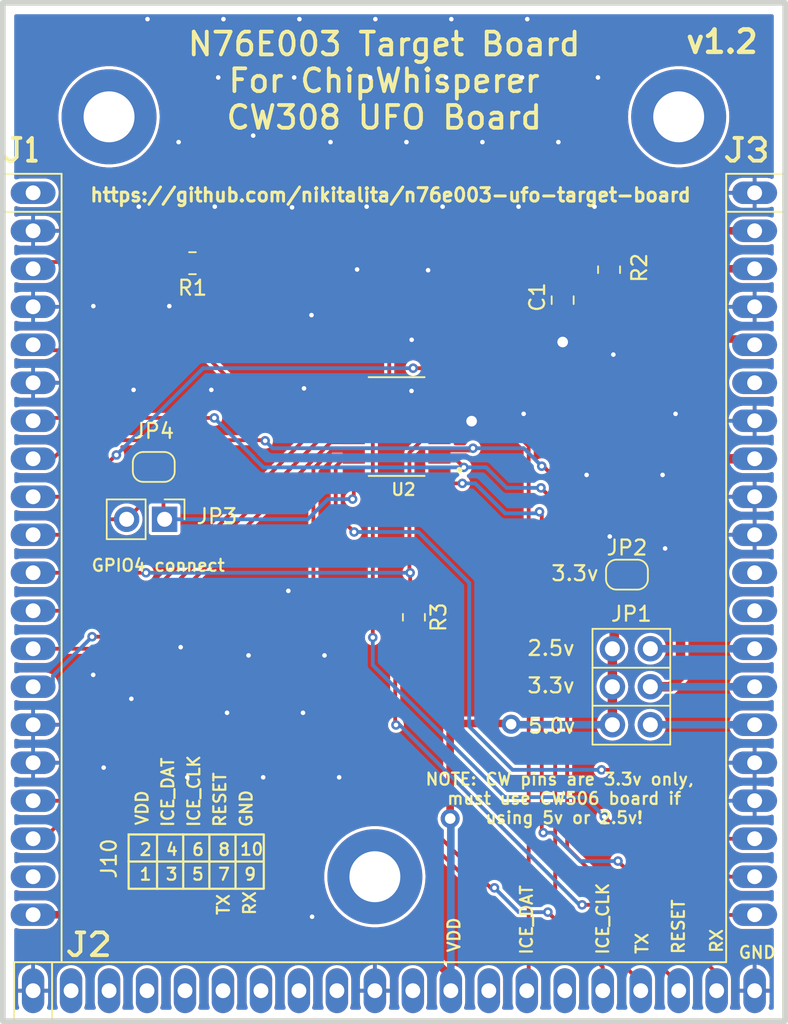
<source format=kicad_pcb>
(kicad_pcb (version 20221018) (generator pcbnew)
  (layers (0 "F.Cu" signal) (31 "B.Cu" signal) (34 "B.Paste" user) (35 "F.Paste" user) (36 "B.SilkS" user "B.Silkscreen") (37 "F.SilkS" user "F.Silkscreen") (38 "B.Mask" user) (39 "F.Mask" user) (44 "Edge.Cuts" user))
  (net 0 "")
  (net 1 "VCC")
  (net 2 "GND")
  (net 3 "Net-(J1-FILT_LP)")
  (net 5 "Net-(J1-CLKOUT)")
  (net 6 "GPI01")
  (net 7 "GPI02")
  (net 8 "GPI03")
  (net 9 "GPI04")
  (net 10 "RST")
  (net 11 "SCK")
  (net 12 "MISO")
  (net 13 "MOSI")
  (net 14 "PDIC")
  (net 15 "PDID")
  (net 26 "CLK")
  (net 27 "VBUS")
  (net 33 "LED1")
  (net 34 "LED2")
  (net 35 "LED3")
  (net 36 "CLKOUT")
  (net 38 "+5V")
  (net 39 "+3.3V")
  (net 40 "+2V5")
  (net 41 "SCL")
  (net 42 "SDA")
  (net 43 "Net-(J1-GPIO4)")
  (footprint "Resistor_SMD:R_0805_2012Metric_Pad1.20x1.40mm_HandSolder" (layer "F.Cu") (at 150.05 104.2 -90)
    (fp_text reference "R3" (at 0 -1.65 90) (layer "F.SilkS"))
    (fp_text value "10K")
    (pad "1" smd roundrect (at -1 0 270) (size 1.2 1.4) (layers "F.Cu" "F.Paste" "F.Mask") (roundrect_rratio 0.2083333333) (net 10 "RST"))
    (pad "2" smd roundrect (at 1 0 270) (size 1.2 1.4) (layers "F.Cu" "F.Paste" "F.Mask") (roundrect_rratio 0.2083333333) (net 1 "VCC"))
  )
  (footprint "Connector_PinHeader_2.54mm:PinHeader_2x03_P2.54mm_Vertical" (layer "F.Cu") (at 163.325 106.3042)
    (fp_text reference "JP1" (at 1.27 -2.33) (layer "F.SilkS"))
    (fp_text value "Jumper_2_Open")
    (pad "1" thru_hole circle (at 0 0) (size 1.7 1.7) (drill 1) (layers "*.Cu" "*.Mask") (net 1 "VCC"))
    (pad "2" thru_hole oval (at 2.54 0) (size 1.7 1.7) (drill 1) (layers "*.Cu" "*.Mask") (net 40 "+2V5"))
    (pad "3" thru_hole oval (at 0 2.54) (size 1.7 1.7) (drill 1) (layers "*.Cu" "*.Mask") (net 1 "VCC"))
    (pad "4" thru_hole oval (at 2.54 2.54) (size 1.7 1.7) (drill 1) (layers "*.Cu" "*.Mask") (net 39 "+3.3V"))
    (pad "5" thru_hole oval (at 0 5.08) (size 1.7 1.7) (drill 1) (layers "*.Cu" "*.Mask") (net 1 "VCC"))
    (pad "6" thru_hole oval (at 2.54 5.08) (size 1.7 1.7) (drill 1) (layers "*.Cu" "*.Mask") (net 38 "+5V"))
  )
  (footprint "Resistor_SMD:R_0805_2012Metric_Pad1.20x1.40mm_HandSolder" (layer "F.Cu") (at 135.24 80.53 180)
    (fp_text reference "R1" (at 0 -1.65) (layer "F.SilkS"))
    (fp_text value "100R")
    (pad "1" smd roundrect (at -1 0 180) (size 1.2 1.4) (layers "F.Cu" "F.Paste" "F.Mask") (roundrect_rratio 0.2083333333) (net 26 "CLK"))
    (pad "2" smd roundrect (at 1 0 180) (size 1.2 1.4) (layers "F.Cu" "F.Paste" "F.Mask") (roundrect_rratio 0.2083333333) (net 5 "Net-(J1-CLKOUT)"))
  )
  (footprint "Resistor_SMD:R_0805_2012Metric_Pad1.20x1.40mm_HandSolder" (layer "F.Cu") (at 163.1025 80.965 -90)
    (fp_text reference "R2" (at -0.125 -2.0275 90) (layer "F.SilkS"))
    (fp_text value "22R")
    (pad "1" smd roundrect (at -1 0 270) (size 1.2 1.4) (layers "F.Cu" "F.Paste" "F.Mask") (roundrect_rratio 0.2083333333) (net 27 "VBUS"))
    (pad "2" smd roundrect (at 1 0 270) (size 1.2 1.4) (layers "F.Cu" "F.Paste" "F.Mask") (roundrect_rratio 0.2083333333) (net 3 "Net-(J1-FILT_LP)"))
  )
  (footprint "Jumper:SolderJumper-2_P1.3mm_Open_RoundedPad1.0x1.5mm" (layer "F.Cu") (at 132.65 94.15 180)
    (fp_text reference "JP4" (at 0 2.4) (layer "F.SilkS"))
    (fp_text value "GPIO4_connect")
    (pad "1" smd custom (at -0.65 0 180) (size 1 0.5) (layers "F.Cu" "F.Mask") (net 9 "GPI04") (options (clearance outline) (anchor rect)) (primitives (gr_circle (center 0 0.25) (end 0.5 0.25) (width 0) (fill yes)) (gr_circle (center 0 -0.25) (end 0.5 -0.25) (width 0) (fill yes)) (gr_poly (pts (xy 0.5 0.75) (xy 0 0.75) (xy 0 -0.75) (xy 0.5 -0.75)) (width 0) (fill yes))))
    (pad "2" smd custom (at 0.65 0 180) (size 1 0.5) (layers "F.Cu" "F.Mask") (net 43 "Net-(J1-GPIO4)") (options (clearance outline) (anchor rect)) (primitives (gr_circle (center 0 0.25) (end 0.5 0.25) (width 0) (fill yes)) (gr_circle (center 0 -0.25) (end 0.5 -0.25) (width 0) (fill yes)) (gr_poly (pts (xy 0 0.75) (xy -0.5 0.75) (xy -0.5 -0.75) (xy 0 -0.75)) (width 0) (fill yes))))
  )
  (footprint "N76E003AT20:SOP65P640X120-20N" (layer "F.Cu") (at 148.8925 91.45 180)
    (fp_text reference "U2" (at -0.460305 -4.210775 180) (layer "F.SilkS") (effects (font (size 0.800528 0.800528))))
    (fp_text value "N76E003AT20")
    (pad "1" smd roundrect (at -2.865 -2.925 180) (size 1.48 0.41) (layers "F.Cu" "F.Paste" "F.Mask") (roundrect_rratio 0.02) (net 35 "LED3"))
    (pad "2" smd roundrect (at -2.865 -2.275 180) (size 1.48 0.41) (layers "F.Cu" "F.Paste" "F.Mask") (roundrect_rratio 0.02) (net 6 "GPI01"))
    (pad "3" smd roundrect (at -2.865 -1.625 180) (size 1.48 0.41) (layers "F.Cu" "F.Paste" "F.Mask") (roundrect_rratio 0.02) (net 7 "GPI02"))
    (pad "4" smd roundrect (at -2.865 -0.975 180) (size 1.48 0.41) (layers "F.Cu" "F.Paste" "F.Mask") (roundrect_rratio 0.02) (net 10 "RST"))
    (pad "5" smd roundrect (at -2.865 -0.325 180) (size 1.48 0.41) (layers "F.Cu" "F.Paste" "F.Mask") (roundrect_rratio 0.02) (net 26 "CLK"))
    (pad "6" smd roundrect (at -2.865 0.325 180) (size 1.48 0.41) (layers "F.Cu" "F.Paste" "F.Mask") (roundrect_rratio 0.02))
    (pad "7" smd roundrect (at -2.865 0.975 180) (size 1.48 0.41) (layers "F.Cu" "F.Paste" "F.Mask") (roundrect_rratio 0.02) (net 2 "GND"))
    (pad "8" smd roundrect (at -2.865 1.625 180) (size 1.48 0.41) (layers "F.Cu" "F.Paste" "F.Mask") (roundrect_rratio 0.02) (net 15 "PDID"))
    (pad "9" smd roundrect (at -2.865 2.275 180) (size 1.48 0.41) (layers "F.Cu" "F.Paste" "F.Mask") (roundrect_rratio 0.02) (net 27 "VBUS"))
    (pad "10" smd roundrect (at -2.865 2.925 180) (size 1.48 0.41) (layers "F.Cu" "F.Paste" "F.Mask") (roundrect_rratio 0.02) (net 8 "GPI03"))
    (pad "11" smd roundrect (at 2.865 2.925) (size 1.48 0.41) (layers "F.Cu" "F.Paste" "F.Mask") (roundrect_rratio 0.02) (net 42 "SDA"))
    (pad "12" smd roundrect (at 2.865 2.275) (size 1.48 0.41) (layers "F.Cu" "F.Paste" "F.Mask") (roundrect_rratio 0.02) (net 41 "SCL"))
    (pad "13" smd roundrect (at 2.865 1.625) (size 1.48 0.41) (layers "F.Cu" "F.Paste" "F.Mask") (roundrect_rratio 0.02) (net 34 "LED2"))
    (pad "14" smd roundrect (at 2.865 0.975) (size 1.48 0.41) (layers "F.Cu" "F.Paste" "F.Mask") (roundrect_rratio 0.02) (net 36 "CLKOUT"))
    (pad "15" smd roundrect (at 2.865 0.325) (size 1.48 0.41) (layers "F.Cu" "F.Paste" "F.Mask") (roundrect_rratio 0.02) (net 11 "SCK"))
    (pad "16" smd roundrect (at 2.865 -0.325) (size 1.48 0.41) (layers "F.Cu" "F.Paste" "F.Mask") (roundrect_rratio 0.02) (net 13 "MOSI"))
    (pad "17" smd roundrect (at 2.865 -0.975) (size 1.48 0.41) (layers "F.Cu" "F.Paste" "F.Mask") (roundrect_rratio 0.02) (net 12 "MISO"))
    (pad "18" smd roundrect (at 2.865 -1.625) (size 1.48 0.41) (layers "F.Cu" "F.Paste" "F.Mask") (roundrect_rratio 0.02) (net 14 "PDIC"))
    (pad "19" smd roundrect (at 2.865 -2.275) (size 1.48 0.41) (layers "F.Cu" "F.Paste" "F.Mask") (roundrect_rratio 0.02) (net 33 "LED1"))
    (pad "20" smd roundrect (at 2.865 -2.925) (size 1.48 0.41) (layers "F.Cu" "F.Paste" "F.Mask") (roundrect_rratio 0.02) (net 9 "GPI04"))
  )
  (footprint "Jumper:SolderJumper-2_P1.3mm_Open_RoundedPad1.0x1.5mm" (layer "F.Cu") (at 164.3 101.35)
    (fp_text reference "JP2" (at 0 -1.8) (layer "F.SilkS"))
    (fp_text value "SolderJumper_2_Open")
    (pad "1" smd custom (at -0.65 0) (size 1 0.5) (layers "F.Cu" "F.Mask") (net 1 "VCC") (options (clearance outline) (anchor rect)) (primitives (gr_circle (center 0 0.25) (end 0.5 0.25) (width 0) (fill yes)) (gr_circle (center 0 -0.25) (end 0.5 -0.25) (width 0) (fill yes)) (gr_poly (pts (xy 0.5 0.75) (xy 0 0.75) (xy 0 -0.75) (xy 0.5 -0.75)) (width 0) (fill yes))))
    (pad "2" smd custom (at 0.65 0) (size 1 0.5) (layers "F.Cu" "F.Mask") (net 39 "+3.3V") (options (clearance outline) (anchor rect)) (primitives (gr_circle (center 0 0.25) (end 0.5 0.25) (width 0) (fill yes)) (gr_circle (center 0 -0.25) (end 0.5 -0.25) (width 0) (fill yes)) (gr_poly (pts (xy 0 0.75) (xy -0.5 0.75) (xy -0.5 -0.75) (xy 0 -0.75)) (width 0) (fill yes))))
  )
  (footprint "Connector_PinHeader_2.54mm:PinHeader_1x02_P2.54mm_Vertical" (layer "F.Cu") (at 133.375 97.65 -90)
    (fp_text reference "JP3" (at -0.2 -3.5 -180) (layer "F.SilkS"))
    (fp_text value "GPIO4_connect")
    (pad "1" thru_hole rect (at 0 0 270) (size 1.7 1.7) (drill 1) (layers "*.Cu" "*.Mask") (net 9 "GPI04"))
    (pad "2" thru_hole oval (at 0 2.54 270) (size 1.7 1.7) (drill 1) (layers "*.Cu" "*.Mask") (net 43 "Net-(J1-GPIO4)"))
  )
  (footprint "Capacitor_SMD:C_0805_2012Metric_Pad1.18x1.45mm_HandSolder" (layer "F.Cu") (at 160 83 -90)
    (fp_text reference "C1" (at -0.2 1.7 -90) (layer "F.SilkS"))
    (fp_text value "100nF")
    (pad "1" smd roundrect (at -1.0375 0 270) (size 1.175 1.45) (layers "F.Cu" "F.Paste" "F.Mask") (roundrect_rratio 0.2127659574) (net 3 "Net-(J1-FILT_LP)"))
    (pad "2" smd roundrect (at 1.0375 0 270) (size 1.175 1.45) (layers "F.Cu" "F.Paste" "F.Mask") (roundrect_rratio 0.2127659574) (net 2 "GND"))
  )
  (footprint "chipwhisperer:CW308T_CONNBOARD" (layer "F.Cu") (at 124.5795 75.8242)
    (fp_text reference "J1" hide)
    (fp_text value "CW308T_CONNBOARD" hide)
    (pad "A1" thru_hole oval locked (at 0 0 90) (size 1.4986 2.9972) (drill 0.9906) (layers "*.Cu" "*.Mask"))
    (pad "A2" thru_hole oval locked (at 0 2.54 90) (size 1.4986 2.9972) (drill 0.9906) (layers "*.Cu" "*.Mask") (net 2 "GND"))
    (pad "A3" thru_hole oval locked (at 0 5.08 90) (size 1.4986 2.9972) (drill 0.9906) (layers "*.Cu" "*.Mask") (net 5 "Net-(J1-CLKOUT)"))
    (pad "A4" thru_hole oval locked (at 0 7.62 90) (size 1.4986 2.9972) (drill 0.9906) (layers "*.Cu" "*.Mask") (net 2 "GND"))
    (pad "A5" thru_hole oval locked (at 0 10.16 90) (size 1.4986 2.9972) (drill 0.9906) (layers "*.Cu" "*.Mask") (net 36 "CLKOUT"))
    (pad "A6" thru_hole oval locked (at 0 12.7 90) (size 1.4986 2.9972) (drill 0.9906) (layers "*.Cu" "*.Mask") (net 2 "GND"))
    (pad "A7" thru_hole oval locked (at 0 15.24 90) (size 1.4986 2.9972) (drill 0.9906) (layers "*.Cu" "*.Mask") (net 6 "GPI01"))
    (pad "A8" thru_hole oval locked (at 0 17.78 90) (size 1.4986 2.9972) (drill 0.9906) (layers "*.Cu" "*.Mask") (net 7 "GPI02"))
    (pad "A9" thru_hole oval locked (at 0 20.32 90) (size 1.4986 2.9972) (drill 0.9906) (layers "*.Cu" "*.Mask") (net 8 "GPI03"))
    (pad "A10" thru_hole oval locked (at 0 22.86 90) (size 1.4986 2.9972) (drill 0.9906) (layers "*.Cu" "*.Mask") (net 43 "Net-(J1-GPIO4)"))
    (pad "A11" thru_hole oval locked (at 0 25.4 90) (size 1.4986 2.9972) (drill 0.9906) (layers "*.Cu" "*.Mask") (net 10 "RST"))
    (pad "A12" thru_hole oval locked (at 0 27.94 90) (size 1.4986 2.9972) (drill 0.9906) (layers "*.Cu" "*.Mask") (net 11 "SCK"))
    (pad "A13" thru_hole oval locked (at 0 30.48 90) (size 1.4986 2.9972) (drill 0.9906) (layers "*.Cu" "*.Mask") (net 12 "MISO"))
    (pad "A14" thru_hole oval locked (at 0 33.02 90) (size 1.4986 2.9972) (drill 0.9906) (layers "*.Cu" "*.Mask") (net 13 "MOSI"))
    (pad "A15" thru_hole oval locked (at 0 35.56 90) (size 1.4986 2.9972) (drill 0.9906) (layers "*.Cu" "*.Mask") (net 2 "GND"))
    (pad "A16" thru_hole oval locked (at 0 38.1 90) (size 1.4986 2.9972) (drill 0.9906) (layers "*.Cu" "*.Mask") (net 2 "GND"))
    (pad "A17" thru_hole oval locked (at 0 40.64 90) (size 1.4986 2.9972) (drill 0.9906) (layers "*.Cu" "*.Mask") (net 14 "PDIC"))
    (pad "A18" thru_hole oval locked (at 0 43.18 90) (size 1.4986 2.9972) (drill 0.9906) (layers "*.Cu" "*.Mask") (net 15 "PDID"))
    (pad "A19" thru_hole oval locked (at 0 45.72 90) (size 1.4986 2.9972) (drill 0.9906) (layers "*.Cu" "*.Mask"))
    (pad "A20" thru_hole oval locked (at 0 48.26 90) (size 1.4986 2.9972) (drill 0.9906) (layers "*.Cu" "*.Mask") (net 1 "VCC"))
    (pad "B1" thru_hole oval locked (at 0 53.34 180) (size 1.4986 2.9972) (drill 0.9906) (layers "*.Cu" "*.Mask") (net 2 "GND"))
    (pad "B2" thru_hole oval locked (at 2.54 53.34 180) (size 1.4986 2.9972) (drill 0.9906) (layers "*.Cu" "*.Mask"))
    (pad "B3" thru_hole oval locked (at 5.08 53.34 180) (size 1.4986 2.9972) (drill 0.9906) (layers "*.Cu" "*.Mask"))
    (pad "B4" thru_hole oval locked (at 7.62 53.34 180) (size 1.4986 2.9972) (drill 0.9906) (layers "*.Cu" "*.Mask"))
    (pad "B5" thru_hole oval locked (at 10.16 53.34 180) (size 1.4986 2.9972) (drill 0.9906) (layers "*.Cu" "*.Mask"))
    (pad "B6" thru_hole oval locked (at 12.7 53.34 180) (size 1.4986 2.9972) (drill 0.9906) (layers "*.Cu" "*.Mask"))
    (pad "B7" thru_hole oval locked (at 15.24 53.34 180) (size 1.4986 2.9972) (drill 0.9906) (layers "*.Cu" "*.Mask"))
    (pad "B8" thru_hole oval locked (at 17.78 53.34 180) (size 1.4986 2.9972) (drill 0.9906) (layers "*.Cu" "*.Mask"))
    (pad "B9" thru_hole oval locked (at 20.32 53.34 180) (size 1.4986 2.9972) (drill 0.9906) (layers "*.Cu" "*.Mask"))
    (pad "B10" thru_hole oval locked (at 22.86 53.34 180) (size 1.4986 2.9972) (drill 0.9906) (layers "*.Cu" "*.Mask") (net 2 "GND"))
    (pad "B11" thru_hole oval locked (at 25.4 53.34 180) (size 1.4986 2.9972) (drill 0.9906) (layers "*.Cu" "*.Mask"))
    (pad "B12" thru_hole oval locked (at 27.94 53.34 180) (size 1.4986 2.9972) (drill 0.9906) (layers "*.Cu" "*.Mask") (net 1 "VCC"))
    (pad "B13" thru_hole oval locked (at 30.48 53.34 180) (size 1.4986 2.9972) (drill 0.9906) (layers "*.Cu" "*.Mask"))
    (pad "B14" thru_hole oval locked (at 33.02 53.34 180) (size 1.4986 2.9972) (drill 0.9906) (layers "*.Cu" "*.Mask") (net 15 "PDID"))
    (pad "B15" thru_hole oval locked (at 35.56 53.34 180) (size 1.4986 2.9972) (drill 0.9906) (layers "*.Cu" "*.Mask"))
    (pad "B16" thru_hole oval locked (at 38.1 53.34 180) (size 1.4986 2.9972) (drill 0.9906) (layers "*.Cu" "*.Mask") (net 14 "PDIC"))
    (pad "B17" thru_hole oval locked (at 40.64 53.34 180) (size 1.4986 2.9972) (drill 0.9906) (layers "*.Cu" "*.Mask") (net 6 "GPI01"))
    (pad "B18" thru_hole oval locked (at 43.18 53.34 180) (size 1.4986 2.9972) (drill 0.9906) (layers "*.Cu" "*.Mask") (net 10 "RST"))
    (pad "B19" thru_hole oval locked (at 45.72 53.34 180) (size 1.4986 2.9972) (drill 0.9906) (layers "*.Cu" "*.Mask") (net 7 "GPI02"))
    (pad "B20" thru_hole oval locked (at 48.26 53.34 180) (size 1.4986 2.9972) (drill 0.9906) (layers "*.Cu" "*.Mask") (net 2 "GND"))
    (pad "C1" thru_hole oval locked (at 48.26 0 90) (size 1.4986 2.9972) (drill 0.9906) (layers "*.Cu" "*.Mask") (net 2 "GND"))
    (pad "C2" thru_hole oval locked (at 48.26 2.54 90) (size 1.4986 2.9972) (drill 0.9906) (layers "*.Cu" "*.Mask") (net 27 "VBUS"))
    (pad "C3" thru_hole oval locked (at 48.26 5.08 90) (size 1.4986 2.9972) (drill 0.9906) (layers "*.Cu" "*.Mask") (net 3 "Net-(J1-FILT_LP)"))
    (pad "C4" thru_hole oval locked (at 48.26 7.62 90) (size 1.4986 2.9972) (drill 0.9906) (layers "*.Cu" "*.Mask") (net 2 "GND"))
    (pad "C5" thru_hole oval locked (at 48.26 10.16 90) (size 1.4986 2.9972) (drill 0.9906) (layers "*.Cu" "*.Mask") (net 3 "Net-(J1-FILT_LP)"))
    (pad "C6" thru_hole oval locked (at 48.26 12.7 90) (size 1.4986 2.9972) (drill 0.9906) (layers "*.Cu" "*.Mask"))
    (pad "C7" thru_hole oval locked (at 48.26 15.24 90) (size 1.4986 2.9972) (drill 0.9906) (layers "*.Cu" "*.Mask") (net 2 "GND"))
    (pad "C8" thru_hole oval locked (at 48.26 17.78 90) (size 1.4986 2.9972) (drill 0.9906) (layers "*.Cu" "*.Mask") (net 1 "VCC"))
    (pad "C9" thru_hole oval locked (at 48.26 20.32 90) (size 1.4986 2.9972) (drill 0.9906) (layers "*.Cu" "*.Mask") (net 2 "GND"))
    (pad "C10" thru_hole oval locked (at 48.26 22.86 90) (size 1.4986 2.9972) (drill 0.9906) (layers "*.Cu" "*.Mask") (net 2 "GND"))
    (pad "C11" thru_hole oval locked (at 48.26 25.4 90) (size 1.4986 2.9972) (drill 0.9906) (layers "*.Cu" "*.Mask"))
    (pad "C12" thru_hole oval locked (at 48.26 27.94 90) (size 1.4986 2.9972) (drill 0.9906) (layers "*.Cu" "*.Mask"))
    (pad "C13" thru_hole oval locked (at 48.26 30.48 90) (size 1.4986 2.9972) (drill 0.9906) (layers "*.Cu" "*.Mask") (net 40 "+2V5"))
    (pad "C14" thru_hole oval locked (at 48.26 33.02 90) (size 1.4986 2.9972) (drill 0.9906) (layers "*.Cu" "*.Mask") (net 39 "+3.3V"))
    (pad "C15" thru_hole oval locked (at 48.26 35.56 90) (size 1.4986 2.9972) (drill 0.9906) (layers "*.Cu" "*.Mask") (net 38 "+5V"))
    (pad "C16" thru_hole oval locked (at 48.26 38.1 90) (size 1.4986 2.9972) (drill 0.9906) (layers "*.Cu" "*.Mask") (net 2 "GND"))
    (pad "C17" thru_hole oval locked (at 48.26 40.64 90) (size 1.4986 2.9972) (drill 0.9906) (layers "*.Cu" "*.Mask") (net 2 "GND"))
    (pad "C18" thru_hole oval locked (at 48.26 43.18 90) (size 1.4986 2.9972) (drill 0.9906) (layers "*.Cu" "*.Mask") (net 33 "LED1"))
    (pad "C19" thru_hole oval locked (at 48.26 45.72 90) (size 1.4986 2.9972) (drill 0.9906) (layers "*.Cu" "*.Mask") (net 34 "LED2"))
    (pad "C20" thru_hole oval locked (at 48.26 48.26 90) (size 1.4986 2.9972) (drill 0.9906) (layers "*.Cu" "*.Mask") (net 35 "LED3"))
    (pad "MH1" thru_hole circle locked (at 5.08 -5.08 90) (size 6.35 6.35) (drill 3.4036) (layers "*.Cu" "*.Mask"))
    (pad "MH2" thru_hole circle locked (at 43.18 -5.08 90) (size 6.35 6.35) (drill 3.4036) (layers "*.Cu" "*.Mask"))
    (pad "MH3" thru_hole circle locked (at 22.86 45.72 90) (size 6.35 6.35) (drill 3.4036) (layers "*.Cu" "*.Mask"))
  )
  (gr_line (start 173.52084 72.41021) (end 173.52084 72.66395) (stroke (width 0.254)) (layer "F.SilkS"))
  (gr_line (start 132.87 118.715) (end 132.87 122.355) (stroke (width 0.15)) (layer "F.SilkS"))
  (gr_line (start 124.24509 73.6797) (end 124.75284 73.6797) (stroke (width 0.254)) (layer "F.SilkS"))
  (gr_line (start 123.22935 72.15621) (end 123.48335 72.15621) (stroke (width 0.254)) (layer "F.SilkS"))
  (gr_line (start 128.004 125.265255) (end 127.496 125.265255) (stroke (width 0.254)) (layer "F.SilkS"))
  (gr_line (start 136.37 118.715) (end 136.37 122.355) (stroke (width 0.15)) (layer "F.SilkS"))
  (gr_line (start 171.99735 72.15621) (end 171.48935 72.15621) (stroke (width 0.254)) (layer "F.SilkS"))
  (gr_line (start 134.62 118.715) (end 134.62 122.355) (stroke (width 0.15)) (layer "F.SilkS"))
  (gr_line (start 172.75909 73.6797) (end 172.50509 73.4257) (stroke (width 0.254)) (layer "F.SilkS"))
  (gr_rect (start 130.97 118.72) (end 140.01 122.35) (stroke (width 0.15)) (fill none) (layer "F.SilkS"))
  (gr_line (start 173.26684 73.6797) (end 172.75909 73.6797) (stroke (width 0.254)) (layer "F.SilkS"))
  (gr_line (start 130.96 120.53) (end 140 120.53) (stroke (width 0.15)) (layer "F.SilkS"))
  (gr_line (start 171.48935 72.15621) (end 171.74335 72.15621) (stroke (width 0.254)) (layer "F.SilkS"))
  (gr_line (start 171.48935 73.6797) (end 171.2356 73.6797) (stroke (width 0.254)) (layer "F.SilkS"))
  (gr_line (start 127.24225 126.788745) (end 126.98825 126.534745) (stroke (width 0.254)) (layer "F.SilkS"))
  (gr_line (start 123.22935 73.6797) (end 122.9756 73.6797) (stroke (width 0.254)) (layer "F.SilkS"))
  (gr_line (start 127.496 125.265255) (end 127.75 125.265255) (stroke (width 0.254)) (layer "F.SilkS"))
  (gr_line (start 129.27349 125.265255) (end 128.76574 125.265255) (stroke (width 0.254)) (layer "F.SilkS"))
  (gr_line (start 173.52084 73.17195) (end 173.52084 73.4257) (stroke (width 0.254)) (layer "F.SilkS"))
  (gr_line (start 127.496 126.788745) (end 127.24225 126.788745) (stroke (width 0.254)) (layer "F.SilkS"))
  (gr_line (start 171.74335 72.15621) (end 171.74335 73.4257) (stroke (width 0.254)) (layer "F.SilkS"))
  (gr_line (start 123.48335 73.4257) (end 123.22935 73.6797) (stroke (width 0.254)) (layer "F.SilkS"))
  (gr_line (start 124.49909 73.6797) (end 124.49909 72.15621) (stroke (width 0.254)) (layer "F.SilkS"))
  (gr_line (start 128.51174 126.788745) (end 129.52749 125.772995) (stroke (width 0.254)) (layer "F.SilkS"))
  (gr_line (start 128.76574 125.265255) (end 128.51174 125.519255) (stroke (width 0.254)) (layer "F.SilkS"))
  (gr_line (start 138.12 118.715) (end 138.12 122.355) (stroke (width 0.15)) (layer "F.SilkS"))
  (gr_line (start 171.2356 73.6797) (end 170.9816 73.4257) (stroke (width 0.254)) (layer "F.SilkS"))
  (gr_line (start 123.48335 72.15621) (end 123.48335 73.4257) (stroke (width 0.254)) (layer "F.SilkS"))
  (gr_line (start 173.26684 72.91795) (end 173.52084 73.17195) (stroke (width 0.254)) (layer "F.SilkS"))
  (gr_line (start 129.52749 125.772995) (end 129.52749 125.519255) (stroke (width 0.254)) (layer "F.SilkS"))
  (gr_line (start 173.01284 72.91795) (end 173.26684 72.91795) (stroke (width 0.254)) (layer "F.SilkS"))
  (gr_line (start 123.73735 72.15621) (end 123.22935 72.15621) (stroke (width 0.254)) (layer "F.SilkS"))
  (gr_line (start 122.9756 73.6797) (end 122.7216 73.4257) (stroke (width 0.254)) (layer "F.SilkS"))
  (gr_line (start 129.52749 126.788745) (end 128.51174 126.788745) (stroke (width 0.254)) (layer "F.SilkS"))
  (gr_line (start 172.75909 72.15621) (end 173.26684 72.15621) (stroke (width 0.254)) (layer "F.SilkS"))
  (gr_line (start 173.26684 72.15621) (end 173.52084 72.41021) (stroke (width 0.254)) (layer "F.SilkS"))
  (gr_line (start 127.75 125.265255) (end 127.75 126.534745) (stroke (width 0.254)) (layer "F.SilkS"))
  (gr_line (start 124.49909 72.15621) (end 124.24509 72.41021) (stroke (width 0.254)) (layer "F.SilkS"))
  (gr_line (start 173.52084 73.4257) (end 173.26684 73.6797) (stroke (width 0.254)) (layer "F.SilkS"))
  (gr_line (start 173.52084 72.66395) (end 173.26684 72.91795) (stroke (width 0.254)) (layer "F.SilkS"))
  (gr_line (start 171.74335 73.4257) (end 171.48935 73.6797) (stroke (width 0.254)) (layer "F.SilkS"))
  (gr_line (start 172.50509 72.41021) (end 172.75909 72.15621) (stroke (width 0.254)) (layer "F.SilkS"))
  (gr_line (start 127.75 126.534745) (end 127.496 126.788745) (stroke (width 0.254)) (layer "F.SilkS"))
  (gr_line (start 129.52749 125.519255) (end 129.27349 125.265255) (stroke (width 0.254)) (layer "F.SilkS"))
  (gr_line (start 173.26684 72.91795) (end 173.01284 72.91795) (stroke (width 0.254)) (layer "F.SilkS"))
  (gr_line (start 124.75284 73.6797) (end 124.49909 73.6797) (stroke (width 0.254)) (layer "F.SilkS"))
  (gr_line (start 174.8805 131.198) (end 174.8805 115.069) (stroke (width 0.381)) (layer "Edge.Cuts"))
  (gr_line (start 122.5565 131.198) (end 122.5565 63.126) (stroke (width 0.381)) (layer "Edge.Cuts"))
  (gr_line (start 122.5565 63.126) (end 174.8805 63.126) (stroke (width 0.381)) (layer "Edge.Cuts"))
  (gr_line (start 174.8805 80.525) (end 174.8805 63.126) (stroke (width 0.381)) (layer "Edge.Cuts"))
  (gr_line (start 174.8805 115.069) (end 174.8805 80.525) (stroke (width 0.381)) (layer "Edge.Cuts"))
  (gr_line (start 122.5565 131.198) (end 174.8805 131.198) (stroke (width 0.381)) (layer "Edge.Cuts"))
  (gr_text "VDD" (at 132.34 118.18 90) (layer "F.SilkS") (effects (font (size 0.8 0.8)) (justify left bottom)))
  (gr_text "GPIO4 connect" (at 128.41 101.2) (layer "F.SilkS") (effects (font (size 0.8 0.8)) (justify left bottom)))
  (gr_text "3.3v" (at 157.55 109.35) (layer "F.SilkS") (effects (font (size 1 1)) (justify left bottom)))
  (gr_text "9" (at 138.62 121.85) (layer "F.SilkS") (effects (font (size 0.8 0.8)) (justify left bottom)))
  (gr_text "TX" (at 165.78 126.79 90) (layer "F.SilkS") (effects (font (size 0.8 0.8)) (justify left bottom)))
  (gr_text "GND" (at 139.3 118.3 90) (layer "F.SilkS") (effects (font (size 0.8 0.8)) (justify left bottom)))
  (gr_text "ICE_CLK\n" (at 163.15 126.83 90) (layer "F.SilkS") (effects (font (size 0.8 0.8)) (justify left bottom)))
  (gr_text "N76E003 Target Board\nFor ChipWhisperer\nCW308 UFO Board" (at 148.06 71.68) (layer "F.SilkS") (effects (font (size 1.524 1.524) (thickness 0.254) bold) (justify bottom)))
  (gr_text "https://github.com/nikitalita/n76e003-ufo-target-board" (at 128.3 76.5) (layer "F.SilkS") (effects (font (size 0.9 0.9) (thickness 0.2) bold) (justify left bottom)))
  (gr_text "2" (at 131.63 120.2) (layer "F.SilkS") (effects (font (size 0.8 0.8)) (justify left bottom)))
  (gr_text "NOTE: CW pins are 3.3v only, \nmust use CW506 board if\nusing 5v or 2.5v!" (at 160.1 118.07) (layer "F.SilkS") (effects (font (size 0.8 0.8)) (justify bottom)))
  (gr_text "3" (at 133.37 121.85) (layer "F.SilkS") (effects (font (size 0.8 0.8)) (justify left bottom)))
  (gr_text "4" (at 133.38 120.2) (layer "F.SilkS") (effects (font (size 0.8 0.8)) (justify left bottom)))
  (gr_text "8" (at 136.88 120.2) (layer "F.SilkS") (effects (font (size 0.8 0.8)) (justify left bottom)))
  (gr_text "1" (at 131.62 121.85) (layer "F.SilkS") (effects (font (size 0.8 0.8)) (justify left bottom)))
  (gr_text "RESET" (at 137.54 118.3 90) (layer "F.SilkS") (effects (font (size 0.8 0.8)) (justify left bottom)))
  (gr_text "GND" (at 171.690869 127.077534) (layer "F.SilkS") (effects (font (size 0.8 0.8)) (justify left bottom)))
  (gr_text "VDD" (at 153.2 126.67 90) (layer "F.SilkS") (effects (font (size 0.8 0.8)) (justify left bottom)))
  (gr_text "6" (at 135.13 120.2) (layer "F.SilkS") (effects (font (size 0.8 0.8)) (justify left bottom)))
  (gr_text "v1.2" (at 168.1 66.6) (layer "F.SilkS") (effects (font (size 1.5 1.5) (thickness 0.3) bold) (justify left bottom)))
  (gr_text "RX" (at 170.760212 126.713363 90) (layer "F.SilkS") (effects (font (size 0.8 0.8)) (justify left bottom)))
  (gr_text "3.3v" (at 159.15 101.85) (layer "F.SilkS") (effects (font (size 1 1)) (justify left bottom)))
  (gr_text "2.5v" (at 157.55 106.85) (layer "F.SilkS") (effects (font (size 1 1)) (justify left bottom)))
  (gr_text "10" (at 138.34 120.18) (layer "F.SilkS") (effects (font (size 0.8 0.8)) (justify left bottom)))
  (gr_text "RX" (at 139.53 124.19 90) (layer "F.SilkS") (effects (font (size 0.8 0.8)) (justify left bottom)))
  (gr_text "5.0v" (at 157.6 112.05) (layer "F.SilkS") (effects (font (size 1 1)) (justify left bottom)))
  (gr_text "ICE_DAT" (at 134.06 118.3 90) (layer "F.SilkS") (effects (font (size 0.8 0.8)) (justify left bottom)))
  (gr_text "5" (at 135.12 121.85) (layer "F.SilkS") (effects (font (size 0.8 0.8)) (justify left bottom)))
  (gr_text "J10" (at 130.24 121.76 90) (layer "F.SilkS") (effects (font (size 1 1)) (justify left bottom)))
  (gr_text "ICE_CLK\n" (at 135.8 118.3 90) (layer "F.SilkS") (effects (font (size 0.8 0.8)) (justify left bottom)))
  (gr_text "TX" (at 137.78 124.19 90) (layer "F.SilkS") (effects (font (size 0.8 0.8)) (justify left bottom)))
  (gr_text "ICE_DAT" (at 158.05 126.83 90) (layer "F.SilkS") (effects (font (size 0.8 0.8)) (justify left bottom)))
  (gr_text "RESET" (at 168.211018 126.79429 90) (layer "F.SilkS") (effects (font (size 0.8 0.8)) (justify left bottom)))
  (gr_text "7" (at 136.87 121.85) (layer "F.SilkS") (effects (font (size 0.8 0.8)) (justify left bottom)))
  (segment (start 152.475 107.625) (end 150.05 105.2) (width 0.508) (layer "F.Cu") (net 1))
  (segment (start 150.475 126.175) (end 152.5195 128.2195) (width 0.508) (layer "F.Cu") (net 1))
  (segment (start 170.6888 93.6042) (end 163.65 100.643) (width 0.635) (layer "F.Cu") (net 1))
  (segment (start 152.475 117.6555) (end 152.475 107.625) (width 0.508) (layer "F.Cu") (net 1))
  (segment (start 163.325 108.8442) (end 163.325 111.3842) (width 0.635) (layer "F.Cu") (net 1))
  (segment (start 163.45 101.55) (end 163.45 106.1792) (width 0.635) (layer "F.Cu") (net 1))
  (segment (start 163.65 101.35) (end 163.45 101.55) (width 0.635) (layer "F.Cu") (net 1))
  (segment (start 163.65 100.643) (end 163.65 101.35) (width 0.635) (layer "F.Cu") (net 1))
  (segment (start 172.8395 93.6042) (end 170.6888 93.6042) (width 0.635) (layer "F.Cu") (net 1))
  (segment (start 129.875 126.175) (end 150.475 126.175) (width 0.508) (layer "F.Cu") (net 1))
  (segment (start 152.5 111.3) (end 156.5 111.3) (width 0.508) (layer "F.Cu") (net 1))
  (segment (start 156.5 111.3) (end 156.55 111.35) (width 0.635) (layer "F.Cu") (net 1))
  (segment (start 124.5795 124.0842) (end 127.7842 124.0842) (width 0.508) (layer "F.Cu") (net 1))
  (segment (start 163.325 106.3042) (end 163.325 108.8442) (width 0.635) (layer "F.Cu") (net 1))
  (segment (start 127.7842 124.0842) (end 129.875 126.175) (width 0.508) (layer "F.Cu") (net 1))
  (via (at 156.55 111.35) (size 1.27) (drill 0.7112) (layers "F.Cu" "B.Cu") (net 1))
  (via (at 152.475 117.6555) (size 1.27) (drill 0.7112) (layers "F.Cu" "B.Cu") (net 1))
  (segment (start 152.5195 117.7) (end 152.5195 129.1642) (width 0.508) (layer "B.Cu") (net 1))
  (segment (start 152.475 117.6555) (end 152.5195 117.7) (width 0.635) (layer "B.Cu") (net 1))
  (segment (start 156.5842 111.3842) (end 163.325 111.3842) (width 0.508) (layer "B.Cu") (net 1))
  (segment (start 156.55 111.35) (end 156.5842 111.3842) (width 0.635) (layer "B.Cu") (net 1))
  (via (at 147.122 68.115) (size 0.635) (drill 0.3048) (layers "F.Cu" "B.Cu") (net 2))
  (via (at 152.552 64.215) (size 0.635) (drill 0.3048) (layers "F.Cu" "B.Cu") (net 2))
  (via (at 142.042 68.115) (size 0.635) (drill 0.3048) (layers "F.Cu" "B.Cu") (net 2))
  (via (at 146.89 76.75) (size 0.635) (drill 0.3048) (layers "F.Cu" "B.Cu") (net 2))
  (via (at 160 85.8) (size 1.27) (drill 0.7112) (layers "F.Cu" "B.Cu") (net 2))
  (via (at 161.602 94.685) (size 0.635) (drill 0.3048) (layers "F.Cu" "B.Cu") (net 2))
  (via (at 136.73 76.75) (size 0.635) (drill 0.3048) (layers "F.Cu" "B.Cu") (net 2))
  (via (at 142.632 110.585) (size 0.635) (drill 0.3048) (layers "F.Cu" "B.Cu") (net 2))
  (via (at 137.312 64.215) (size 0.635) (drill 0.3048) (layers "F.Cu" "B.Cu") (net 2))
  (via (at 138.99 106.75) (size 0.635) (drill 0.3048) (layers "F.Cu" "B.Cu") (net 2))
  (via (at 132.232 64.215) (size 0.635) (drill 0.3048) (layers "F.Cu" "B.Cu") (net 2))
  (via (at 144.472 72.435) (size 0.635) (drill 0.3048) (layers "F.Cu" "B.Cu") (net 2))
  (via (at 151.97 76.75) (size 0.635) (drill 0.3048) (layers "F.Cu" "B.Cu") (net 2))
  (via (at 128.61 83.4) (size 0.635) (drill 0.3048) (layers "F.Cu" "B.Cu") (net 2))
  (via (at 166.85 99.6) (size 0.635) (drill 0.3048) (layers "F.Cu" "B.Cu") (net 2))
  (via (at 146.25 80.95) (size 0.635) (drill 0.3048) (layers "F.Cu" "B.Cu") (net 2))
  (via (at 134.312 72.435) (size 0.635) (drill 0.3048) (layers "F.Cu" "B.Cu") (net 2))
  (via (at 163.39 86.64) (size 0.635) (drill 0.3048) (layers "F.Cu" "B.Cu") (net 2))
  (via (at 143.24 124.22) (size 0.635) (drill 0.3048) (layers "F.Cu" "B.Cu") (net 2))
  (via (at 157.632 64.215) (size 0.635) (drill 0.3048) (layers "F.Cu" "B.Cu") (net 2))
  (via (at 145.05 114.9) (size 0.635) (drill 0.3048) (layers "F.Cu" "B.Cu") (net 2))
  (via (at 166.682 94.685) (size 0.635) (drill 0.3048) (layers "F.Cu" "B.Cu") (net 2))
  (via (at 141.9 76.8) (size 0.635) (drill 0.3048) (layers "F.Cu" "B.Cu") (net 2))
  (via (at 141.652 102.435) (size 0.635) (drill 0.3048) (layers "F.Cu" "B.Cu") (net 2))
  (via (at 157.05 76.75) (size 0.635) (drill 0.3048) (layers "F.Cu" "B.Cu") (net 2))
  (via (at 153.91 91.09) (size 1.27) (drill 0.7112) (layers "F.Cu" "B.Cu") (net 2))
  (via (at 136.962 68.115) (size 0.635) (drill 0.3048) (layers "F.Cu" "B.Cu") (net 2))
  (via (at 159.712 72.435) (size 0.635) (drill 0.3048) (layers "F.Cu" "B.Cu") (net 2))
  (via (at 149.9 85.65) (size 0.635) (drill 0.3048) (layers "F.Cu" "B.Cu") (net 2))
  (via (at 167.55 90.6) (size 0.635) (drill 0.3048) (layers "F.Cu" "B.Cu") (net 2))
  (via (at 137.552 110.585) (size 0.635) (drill 0.3048) (layers "F.Cu" "B.Cu") (net 2))
  (via (at 136.5 89) (size 0.635) (drill 0.3048) (layers "F.Cu" "B.Cu") (net 2))
  (via (at 154.632 72.435) (size 0.635) (drill 0.3048) (layers "F.Cu" "B.Cu") (net 2))
  (via (at 151 81) (size 0.635) (drill 0.3048) (layers "F.Cu" "B.Cu") (net 2))
  (via (at 163.15 98.8) (size 0.635) (drill 0.3048) (layers "F.Cu" "B.Cu") (net 2))
  (via (at 149.89 89.07) (size 0.635) (drill 0.3048) (layers "F.Cu" "B.Cu") (net 2))
  (via (at 162.13 76.75) (size 0.635) (drill 0.3048) (layers "F.Cu" "B.Cu") (net 2))
  (via (at 157.282 68.115) (size 0.635) (drill 0.3048) (layers "F.Cu" "B.Cu") (net 2))
  (via (at 157.39 90.6) (size 0.635) (drill 0.3048) (layers "F.Cu" "B.Cu") (net 2))
  (via (at 131.65 76.75) (size 0.635) (drill 0.3048) (layers "F.Cu" "B.Cu") (net 2))
  (via (at 142.7 88.9) (size 0.635) (drill 0.3048) (layers "F.Cu" "B.Cu") (net 2))
  (via (at 131.3 89) (size 0.635) (drill 0.3048) (layers "F.Cu" "B.Cu") (net 2))
  (via (at 162.362 68.115) (size 0.635) (drill 0.3048) (layers "F.Cu" "B.Cu") (net 2))
  (via (at 128.6 108.05) (size 0.635) (drill 0.3048) (layers "F.Cu" "B.Cu") (net 2))
  (via (at 142.392 64.215) (size 0.635) (drill 0.3048) (layers "F.Cu" "B.Cu") (net 2))
  (via (at 134.45 106.2) (size 0.635) (drill 0.3048) (layers "F.Cu" "B.Cu") (net 2))
  (via (at 129.3 114.25) (size 0.635) (drill 0.3048) (layers "F.Cu" "B.Cu") (net 2))
  (via (at 139.3 72) (size 0.635) (drill 0.3048) (layers "F.Cu" "B.Cu") (net 2))
  (via (at 144.07 106.75) (size 0.635) (drill 0.3048) (layers "F.Cu" "B.Cu") (net 2))
  (via (at 152.202 68.115) (size 0.635) (drill 0.3048) (layers "F.Cu" "B.Cu") (net 2))
  (via (at 139.97 114.9) (size 0.635) (drill 0.3048) (layers "F.Cu" "B.Cu") (net 2))
  (via (at 134.89 114.9) (size 0.635) (drill 0.3048) (layers "F.Cu" "B.Cu") (net 2))
  (via (at 149.552 72.435) (size 0.635) (drill 0.3048) (layers "F.Cu" "B.Cu") (net 2))
  (via (at 133.69 83.4) (size 0.635) (drill 0.3048) (layers "F.Cu" "B.Cu") (net 2))
  (via (at 131.15 109.65) (size 0.635) (drill 0.3048) (layers "F.Cu" "B.Cu") (net 2))
  (via (at 147.472 64.215) (size 0.635) (drill 0.3048) (layers "F.Cu" "B.Cu") (net 2))
  (via (at 143.2 84) (size 0.635) (drill 0.3048) (layers "F.Cu" "B.Cu") (net 2))
  (segment (start 164.8 85.6) (end 172.4553 85.6) (width 0.508) (layer "F.Cu") (net 3))
  (segment (start 169.7858 80.9042) (end 168.64 82.05) (width 0.508) (layer "F.Cu") (net 3))
  (segment (start 163.1025 81.965) (end 163.1025 83.9025) (width 0.508) (layer "F.Cu") (net 3))
  (segment (start 163.1025 83.9025) (end 164.8 85.6) (width 0.508) (layer "F.Cu") (net 3))
  (segment (start 172.8395 80.9042) (end 169.7858 80.9042) (width 0.508) (layer "F.Cu") (net 3))
  (segment (start 168.64 82.05) (end 163.1875 82.05) (width 0.508) (layer "F.Cu") (net 3))
  (segment (start 163.1025 81.965) (end 159.975 81.965) (width 0.508) (layer "F.Cu") (net 3))
  (segment (start 125.0337 80.45) (end 133.7691 80.45) (width 0.254) (layer "F.Cu") (net 5))
  (segment (start 152.935 93.725) (end 151.7575 93.725) (width 0.254) (layer "F.Cu") (net 6))
  (segment (start 136.7 90.875) (end 124.7687 90.875) (width 0.254) (layer "F.Cu") (net 6))
  (segment (start 158.55 95.55) (end 159.5 96.5) (width 0.254) (layer "F.Cu") (net 6))
  (segment (start 159.5 122.875) (end 165.2195 128.5945) (width 0.254) (layer "F.Cu") (net 6))
  (segment (start 159.5 96.5) (end 159.5 122.875) (width 0.254) (layer "F.Cu") (net 6))
  (segment (start 153.39 94.18) (end 152.935 93.725) (width 0.254) (layer "F.Cu") (net 6))
  (via (at 153.39 94.18) (size 0.635) (drill 0.3048) (layers "F.Cu" "B.Cu") (net 6))
  (via (at 136.7 90.875) (size 0.635) (drill 0.3048) (layers "F.Cu" "B.Cu") (net 6))
  (via (at 158.55 95.55) (size 0.635) (drill 0.3048) (layers "F.Cu" "B.Cu") (net 6))
  (segment (start 156.25 95.55) (end 158.55 95.55) (width 0.254) (layer "B.Cu") (net 6))
  (segment (start 154.88 94.18) (end 156.25 95.55) (width 0.254) (layer "B.Cu") (net 6))
  (segment (start 136.7 90.875) (end 139.3 93.475) (width 0.254) (layer "B.Cu") (net 6))
  (segment (start 139.3 93.475) (end 139.3 93.5) (width 0.254) (layer "B.Cu") (net 6))
  (segment (start 153.39 94.18) (end 154.88 94.18) (width 0.254) (layer "B.Cu") (net 6))
  (segment (start 139.3 93.5) (end 139.98 94.18) (width 0.254) (layer "B.Cu") (net 6))
  (segment (start 139.98 94.18) (end 153.39 94.18) (width 0.254) (layer "B.Cu") (net 6))
  (segment (start 153.85 93.05) (end 151.7825 93.05) (width 0.254) (layer "F.Cu") (net 7))
  (segment (start 154 92.9) (end 153.85 93.05) (width 0.254) (layer "F.Cu") (net 7))
  (segment (start 167.5 126.8) (end 169.1 126.8) (width 0.254) (layer "F.Cu") (net 7))
  (segment (start 140.1 92.4) (end 140.0627 92.3627) (width 0.254) (layer "F.Cu") (net 7))
  (segment (start 127.1373 92.3627) (end 125.8958 93.6042) (width 0.254) (layer "F.Cu") (net 7))
  (segment (start 140.0627 92.3627) (end 127.1373 92.3627) (width 0.254) (layer "F.Cu") (net 7))
  (segment (start 158.7 94.1) (end 160.3 95.7) (width 0.254) (layer "F.Cu") (net 7))
  (segment (start 160.3 119.6) (end 167.5 126.8) (width 0.254) (layer "F.Cu") (net 7))
  (segment (start 160.3 95.7) (end 160.3 119.6) (width 0.254) (layer "F.Cu") (net 7))
  (segment (start 158.6 94.1) (end 158.7 94.1) (width 0.254) (layer "F.Cu") (net 7))
  (segment (start 125.8958 93.6042) (end 124.5795 93.6042) (width 0.254) (layer "F.Cu") (net 7))
  (segment (start 169.1 126.8) (end 170.2995 127.9995) (width 0.254) (layer "F.Cu") (net 7))
  (via (at 140.1 92.4) (size 0.635) (drill 0.3048) (layers "F.Cu" "B.Cu") (net 7))
  (via (at 154 92.9) (size 0.635) (drill 0.3048) (layers "F.Cu" "B.Cu") (net 7))
  (via (at 158.6 94.1) (size 0.635) (drill 0.3048) (layers "F.Cu" "B.Cu") (net 7))
  (segment (start 154 92.9) (end 157.4 92.9) (width 0.254) (layer "B.Cu") (net 7))
  (segment (start 140.6 92.9) (end 140.1 92.4) (width 0.254) (layer "B.Cu") (net 7))
  (segment (start 154 92.9) (end 140.6 92.9) (width 0.254) (layer "B.Cu") (net 7))
  (segment (start 157.4 92.9) (end 158.6 94.1) (width 0.254) (layer "B.Cu") (net 7))
  (segment (start 130.12 93.35) (end 127.3258 96.1442) (width 0.254) (layer "F.Cu") (net 8))
  (segment (start 130.15 93.35) (end 130.12 93.35) (width 0.254) (layer "F.Cu") (net 8))
  (segment (start 150.7825 87.55) (end 151.7575 88.525) (width 0.254) (layer "F.Cu") (net 8))
  (segment (start 150 87.55) (end 150.7825 87.55) (width 0.254) (layer "F.Cu") (net 8))
  (segment (start 127.3258 96.1442) (end 125.7558 96.1442) (width 0.254) (layer "F.Cu") (net 8))
  (via (at 130.15 93.35) (size 0.635) (drill 0.3048) (layers "F.Cu" "B.Cu") (net 8))
  (via (at 150 87.55) (size 0.635) (drill 0.3048) (layers "F.Cu" "B.Cu") (net 8))
  (segment (start 135.95 87.55) (end 150 87.55) (width 0.254) (layer "B.Cu") (net 8))
  (segment (start 130.15 93.35) (end 135.95 87.55) (width 0.254) (layer "B.Cu") (net 8))
  (segment (start 133.3 94.8) (end 133.375 94.725) (width 0.254) (layer "F.Cu") (net 9))
  (segment (start 145.95 96.3) (end 146.0275 96.2225) (width 0.254) (layer "F.Cu") (net 9))
  (segment (start 146.0275 96.2225) (end 146.0275 94.375) (width 0.254) (layer "F.Cu") (net 9))
  (segment (start 133.3 97.575) (end 133.3 94.8) (width 0.254) (layer "F.Cu") (net 9))
  (via (at 145.95 96.3) (size 0.635) (drill 0.3048) (layers "F.Cu" "B.Cu") (net 9))
  (segment (start 142.95 97.65) (end 133.375 97.65) (width 0.254) (layer "B.Cu") (net 9))
  (segment (start 144.3 96.3) (end 142.95 97.65) (width 0.254) (layer "B.Cu") (net 9))
  (segment (start 145.95 96.3) (end 144.3 96.3) (width 0.254) (layer "B.Cu") (net 9))
  (segment (start 132.13 101.2242) (end 124.5795 101.2242) (width 0.254) (layer "F.Cu") (net 10))
  (segment (start 150.525 92.425) (end 151.7575 92.425) (width 0.254) (layer "F.Cu") (net 10))
  (segment (start 149.75 101.1742) (end 149.75 93.2) (width 0.254) (layer "F.Cu") (net 10))
  (segment (start 149.8 101.2242) (end 149.8 102.95) (width 0.254) (layer "F.Cu") (net 10))
  (segment (start 162.475 123.425) (end 167.7595 128.7095) (width 0.254) (layer "F.Cu") (net 10))
  (segment (start 148.8 104.15) (end 149.95 103) (width 0.254) (layer "F.Cu") (net 10))
  (segment (start 148.85 111.4) (end 148.8 111.35) (width 0.254) (layer "F.Cu") (net 10))
  (segment (start 149.75 93.2) (end 150.525 92.425) (width 0.254) (layer "F.Cu") (net 10))
  (segment (start 149.8 101.2242) (end 149.75 101.1742) (width 0.254) (layer "F.Cu") (net 10))
  (segment (start 148.8 111.35) (end 148.8 104.15) (width 0.254) (layer "F.Cu") (net 10))
  (segment (start 161.3 123.425) (end 162.475 123.425) (width 0.254) (layer "F.Cu") (net 10))
  (via (at 132.13 101.2242) (size 0.635) (drill 0.3048) (layers "F.Cu" "B.Cu") (net 10))
  (via (at 149.8 101.2242) (size 0.635) (drill 0.3048) (layers "F.Cu" "B.Cu") (net 10))
  (via (at 161.3 123.425) (size 0.635) (drill 0.3048) (layers "F.Cu" "B.Cu") (net 10))
  (via (at 148.85 111.4) (size 0.635) (drill 0.3048) (layers "F.Cu" "B.Cu") (net 10))
  (segment (start 161.3 123.425) (end 161.275 123.45) (width 0.254) (layer "B.Cu") (net 10))
  (segment (start 132.13 101.2242) (end 149.8 101.2242) (width 0.254) (layer "B.Cu") (net 10))
  (segment (start 161.275 123.45) (end 161.15 123.45) (width 0.254) (layer "B.Cu") (net 10))
  (segment (start 149.1 111.4) (end 161.125 123.425) (width 0.254) (layer "B.Cu") (net 10))
  (segment (start 148.85 111.4) (end 149.1 111.4) (width 0.254) (layer "B.Cu") (net 10))
  (segment (start 161.125 123.425) (end 161.3 123.425) (width 0.254) (layer "B.Cu") (net 10))
  (segment (start 124.5795 103.7642) (end 131.2858 103.7642) (width 0.254) (layer "F.Cu") (net 11))
  (segment (start 131.2858 103.7642) (end 143.925 91.125) (width 0.254) (layer "F.Cu") (net 11))
  (segment (start 143.925 91.125) (end 146.0275 91.125) (width 0.254) (layer "F.Cu") (net 11))
  (segment (start 144.489342 92.5) (end 145.9525 92.5) (width 0.254) (layer "F.Cu") (net 12))
  (segment (start 130.685142 106.3042) (end 144.489342 92.5) (width 0.254) (layer "F.Cu") (net 12))
  (segment (start 124.5795 106.3042) (end 130.685142 106.3042) (width 0.254) (layer "F.Cu") (net 12))
  (segment (start 144.275 91.775) (end 146.0275 91.775) (width 0.254) (layer "F.Cu") (net 13))
  (segment (start 130.55 105.5) (end 144.275 91.775) (width 0.254) (layer "F.Cu") (net 13))
  (segment (start 128.525 105.5) (end 130.55 105.5) (width 0.254) (layer "F.Cu") (net 13))
  (via (at 128.525 105.5) (size 0.635) (drill 0.3048) (layers "F.Cu" "B.Cu") (net 13))
  (segment (start 128.525 105.5) (end 125.9058 108.1192) (width 0.254) (layer "B.Cu") (net 13))
  (segment (start 125.9058 108.1192) (end 125.9058 108.8442) (width 0.254) (layer "B.Cu") (net 13))
  (segment (start 155.4375 122.2875) (end 155.1875 122.2875) (width 0.254) (layer "F.Cu") (net 14))
  (segment (start 149.3642 116.4642) (end 124.5795 116.4642) (width 0.254) (layer "F.Cu") (net 14))
  (segment (start 155.1875 122.2875) (end 149.3642 116.4642) (width 0.254) (layer "F.Cu") (net 14))
  (segment (start 143.3277 94.2723) (end 144.525 93.075) (width 0.254) (layer "F.Cu") (net 14))
  (segment (start 144.525 93.075) (end 146.0275 93.075) (width 0.254) (layer "F.Cu") (net 14))
  (segment (start 159.0125 123.9125) (end 162.6795 127.5795) (width 0.254) (layer "F.Cu") (net 14))
  (segment (start 162.6795 127.5795) (end 162.6795 129.1642) (width 0.254) (layer "F.Cu") (net 14))
  (segment (start 143.3277 116.4642) (end 143.3277 94.2723) (width 0.254) (layer "F.Cu") (net 14))
  (segment (start 124.5795 116.4642) (end 143.3277 116.4642) (width 0.254) (layer "F.Cu") (net 14))
  (via (at 155.4375 122.2875) (size 0.635) (drill 0.3048) (layers "F.Cu" "B.Cu") (net 14))
  (via (at 159.0125 123.9125) (size 0.635) (drill 0.3048) (layers "F.Cu" "B.Cu") (net 14))
  (segment (start 155.4375 122.2875) (end 157.0625 123.9125) (width 0.254) (layer "B.Cu") (net 14))
  (segment (start 157.0625 123.9125) (end 159.0125 123.9125) (width 0.254) (layer "B.Cu") (net 14))
  (segment (start 125.2958 119.0042) (end 126.9 117.4) (width 0.254) (layer "F.Cu") (net 15))
  (segment (start 157.725 92.775) (end 157.725 129.0387) (width 0.254) (layer "F.Cu") (net 15))
  (segment (start 157.725 125.85) (end 157.725 129.0387) (width 0.254) (layer "F.Cu") (net 15))
  (segment (start 149.275 117.4) (end 157.725 125.85) (width 0.254) (layer "F.Cu") (net 15))
  (segment (start 126.9 117.4) (end 149.275 117.4) (width 0.254) (layer "F.Cu") (net 15))
  (segment (start 151.7575 89.825) (end 154.775 89.825) (width 0.254) (layer "F.Cu") (net 15))
  (segment (start 154.775 89.825) (end 157.725 92.775) (width 0.254) (layer "F.Cu") (net 15))
  (segment (start 148.4 86) (end 148.4 89.138749) (width 0.254) (layer "F.Cu") (net 26))
  (segment (start 136.25 80.54) (end 142.94 80.54) (width 0.254) (layer "F.Cu") (net 26))
  (segment (start 151.036251 91.775) (end 151.7575 91.775) (width 0.254) (layer "F.Cu") (net 26))
  (segment (start 142.94 80.54) (end 148.4 86) (width 0.254) (layer "F.Cu") (net 26))
  (segment (start 148.4 89.138749) (end 151.036251 91.775) (width 0.254) (layer "F.Cu") (net 26))
  (segment (start 164.7033 78.3642) (end 163.1025 79.965) (width 0.508) (layer "F.Cu") (net 27))
  (segment (start 152.5 89.175) (end 153.125 89.175) (width 0.508) (layer "F.Cu") (net 27))
  (segment (start 172.8395 78.3642) (end 164.7033 78.3642) (width 0.508) (layer "F.Cu") (net 27))
  (segment (start 154.2 80.85) (end 155.35 79.7) (width 0.508) (layer "F.Cu") (net 27))
  (segment (start 155.35 79.7) (end 162.8375 79.7) (width 0.508) (layer "F.Cu") (net 27))
  (segment (start 153.125 89.175) (end 154.2 88.1) (width 0.508) (layer "F.Cu") (net 27))
  (segment (start 154.2 88.1) (end 154.2 80.85) (width 0.508) (layer "F.Cu") (net 27))
  (segment (start 145.2231 93.725) (end 146.0275 93.725) (width 0.254) (layer "F.Cu") (net 33))
  (segment (start 144.8195 97.2695) (end 144.8195 94.1286) (width 0.254) (layer "F.Cu") (net 33))
  (segment (start 144.8195 94.1286) (end 145.2231 93.725) (width 0.254) (layer "F.Cu") (net 33))
  (segment (start 165.6 114.4) (end 170.2042 119.0042) (width 0.254) (layer "F.Cu") (net 33))
  (segment (start 146.05 98.5) (end 144.8195 97.2695) (width 0.254) (layer "F.Cu") (net 33))
  (segment (start 170.2042 119.0042) (end 172.8395 119.0042) (width 0.254) (layer "F.Cu") (net 33))
  (segment (start 162.6 114.4) (end 165.6 114.4) (width 0.254) (layer "F.Cu") (net 33))
  (via (at 162.6 114.4) (size 0.635) (drill 0.3048) (layers "F.Cu" "B.Cu") (net 33))
  (via (at 146.05 98.5) (size 0.635) (drill 0.3048) (layers "F.Cu" "B.Cu") (net 33))
  (segment (start 150.35 98.5) (end 153.75 101.9) (width 0.254) (layer "B.Cu") (net 33))
  (segment (start 156.65 114.4) (end 162.6 114.4) (width 0.254) (layer "B.Cu") (net 33))
  (segment (start 153.75 111.5) (end 156.65 114.4) (width 0.254) (layer "B.Cu") (net 33))
  (segment (start 146.05 98.5) (end 150.35 98.5) (width 0.254) (layer "B.Cu") (net 33))
  (segment (start 153.75 101.9) (end 153.75 111.5) (width 0.254) (layer "B.Cu") (net 33))
  (segment (start 147.3 90.319) (end 146.806 89.825) (width 0.254) (layer "F.Cu") (net 34))
  (segment (start 146.806 89.825) (end 146.0275 89.825) (width 0.254) (layer "F.Cu") (net 34))
  (segment (start 171.1442 121.5442) (end 172.8395 121.5442) (width 0.254) (layer "F.Cu") (net 34))
  (segment (start 163.55 118.3) (end 167.9 118.3) (width 0.254) (layer "F.Cu") (net 34))
  (segment (start 147.3 105.55) (end 147.3 90.319) (width 0.254) (layer "F.Cu") (net 34))
  (segment (start 162.775 117.525) (end 163.55 118.3) (width 0.254) (layer "F.Cu") (net 34))
  (segment (start 167.9 118.3) (end 171.1442 121.5442) (width 0.254) (layer "F.Cu") (net 34))
  (via (at 162.775 117.525) (size 0.635) (drill 0.3048) (layers "F.Cu" "B.Cu") (net 34))
  (via (at 147.3 105.55) (size 0.635) (drill 0.3048) (layers "F.Cu" "B.Cu") (net 34))
  (segment (start 161.475 116.225) (end 162.775 117.525) (width 0.254) (layer "B.Cu") (net 34))
  (segment (start 147.3 107.4) (end 156.125 116.225) (width 0.254) (layer "B.Cu") (net 34))
  (segment (start 147.3 105.55) (end 147.3 107.4) (width 0.254) (layer "B.Cu") (net 34))
  (segment (start 156.125 116.225) (end 161.475 116.225) (width 0.254) (layer "B.Cu") (net 34))
  (segment (start 158.7 118.6) (end 158.6 118.5) (width 0.254) (layer "F.Cu") (net 35))
  (segment (start 158.6 118.5) (end 158.6 97.3) (width 0.254) (layer "F.Cu") (net 35))
  (segment (start 152.6325 95.25) (end 151.7575 94.375) (width 0.254) (layer "F.Cu") (net 35))
  (segment (start 158.6 97.3) (end 158.45 97.15) (width 0.254) (layer "F.Cu") (net 35))
  (segment (start 167.3 124.1) (end 172.8237 124.1) (width 0.254) (layer "F.Cu") (net 35))
  (segment (start 153.29 95.25) (end 152.6325 95.25) (width 0.254) (layer "F.Cu") (net 35))
  (segment (start 163.7 120.5) (end 167.3 124.1) (width 0.254) (layer "F.Cu") (net 35))
  (via (at 158.45 97.15) (size 0.635) (drill 0.3048) (layers "F.Cu" "B.Cu") (net 35))
  (via (at 153.29 95.25) (size 0.635) (drill 0.3048) (layers "F.Cu" "B.Cu") (net 35))
  (via (at 163.7 120.5) (size 0.635) (drill 0.3048) (layers "F.Cu" "B.Cu") (net 35))
  (via (at 158.7 118.6) (size 0.635) (drill 0.3048) (layers "F.Cu" "B.Cu") (net 35))
  (segment (start 154.15 95.25) (end 156.15 97.25) (width 0.254) (layer "B.Cu") (net 35))
  (segment (start 158.7 118.6) (end 159.275 118.6) (width 0.254) (layer "B.Cu") (net 35))
  (segment (start 158.35 97.25) (end 158.45 97.15) (width 0.254) (layer "B.Cu") (net 35))
  (segment (start 161.175 120.5) (end 163.7 120.5) (width 0.254) (layer "B.Cu") (net 35))
  (segment (start 153.29 95.25) (end 154.15 95.25) (width 0.254) (layer "B.Cu") (net 35))
  (segment (start 159.275 118.6) (end 161.175 120.5) (width 0.254) (layer "B.Cu") (net 35))
  (segment (start 156.15 97.25) (end 158.35 97.25) (width 0.254) (layer "B.Cu") (net 35))
  (segment (start 125.0137 86.35) (end 135.77 86.35) (width 0.254) (layer "F.Cu") (net 36))
  (segment (start 139.895 90.475) (end 146.0275 90.475) (width 0.254) (layer "F.Cu") (net 36))
  (segment (start 135.77 86.35) (end 139.895 90.475) (width 0.254) (layer "F.Cu") (net 36))
  (segment (start 165.865 111.3842) (end 172.8395 111.3842) (width 0.508) (layer "B.Cu") (net 38))
  (segment (start 167.2104 108.8442) (end 167.8845 108.1701) (width 0.635) (layer "F.Cu") (net 39))
  (segment (start 165.865 108.8442) (end 167.2104 108.8442) (width 0.635) (layer "F.Cu") (net 39))
  (segment (start 167.8845 108.1701) (end 167.8845 104.2845) (width 0.635) (layer "F.Cu") (net 39))
  (segment (start 167.8845 104.2845) (end 164.95 101.35) (width 0.635) (layer "F.Cu") (net 39))
  (segment (start 172.8395 108.8442) (end 165.865 108.8442) (width 0.508) (layer "B.Cu") (net 39))
  (segment (start 165.865 106.3042) (end 172.8395 106.3042) (width 0.508) (layer "B.Cu") (net 40))
  (segment (start 127.4172 97.65) (end 130.835 97.65) (width 0.254) (layer "F.Cu") (net 43))
  (segment (start 126.383 98.6842) (end 127.4172 97.65) (width 0.254) (layer "F.Cu") (net 43))
  (segment (start 132 96.485) (end 130.835 97.65) (width 0.254) (layer "F.Cu") (net 43))
  (segment (start 124.5795 98.6842) (end 126.383 98.6842) (width 0.254) (layer "F.Cu") (net 43))
  (segment (start 132 94.25) (end 132 96.485) (width 0.254) (layer "F.Cu") (net 43))
  (zone (net 2) (net_name "GND") (layers "F&B.Cu") (connect_pads (clearance 0.21)) (min_thickness 0.25) (fill yes (thermal_gap 0.254) (thermal_bridge_width 0.254))
    (polygon (pts (xy 123.3185 63.888) (xy 174.1185 63.888) (xy 174.1185 130.436) (xy 123.3185 130.436)))
  )
)
</source>
